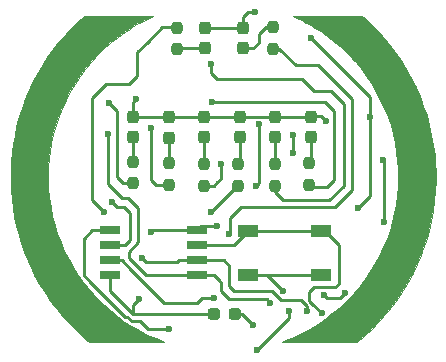
<source format=gtl>
G04 #@! TF.GenerationSoftware,KiCad,Pcbnew,(6.0.1)*
G04 #@! TF.CreationDate,2022-05-01T16:09:43+05:30*
G04 #@! TF.ProjectId,BCD watch V1.0,42434420-7761-4746-9368-2056312e302e,rev?*
G04 #@! TF.SameCoordinates,Original*
G04 #@! TF.FileFunction,Copper,L1,Top*
G04 #@! TF.FilePolarity,Positive*
%FSLAX46Y46*%
G04 Gerber Fmt 4.6, Leading zero omitted, Abs format (unit mm)*
G04 Created by KiCad (PCBNEW (6.0.1)) date 2022-05-01 16:09:43*
%MOMM*%
%LPD*%
G01*
G04 APERTURE LIST*
G04 Aperture macros list*
%AMRoundRect*
0 Rectangle with rounded corners*
0 $1 Rounding radius*
0 $2 $3 $4 $5 $6 $7 $8 $9 X,Y pos of 4 corners*
0 Add a 4 corners polygon primitive as box body*
4,1,4,$2,$3,$4,$5,$6,$7,$8,$9,$2,$3,0*
0 Add four circle primitives for the rounded corners*
1,1,$1+$1,$2,$3*
1,1,$1+$1,$4,$5*
1,1,$1+$1,$6,$7*
1,1,$1+$1,$8,$9*
0 Add four rect primitives between the rounded corners*
20,1,$1+$1,$2,$3,$4,$5,0*
20,1,$1+$1,$4,$5,$6,$7,0*
20,1,$1+$1,$6,$7,$8,$9,0*
20,1,$1+$1,$8,$9,$2,$3,0*%
G04 Aperture macros list end*
G04 #@! TA.AperFunction,EtchedComponent*
%ADD10C,0.010000*%
G04 #@! TD*
G04 #@! TA.AperFunction,SMDPad,CuDef*
%ADD11RoundRect,0.237500X0.237500X-0.250000X0.237500X0.250000X-0.237500X0.250000X-0.237500X-0.250000X0*%
G04 #@! TD*
G04 #@! TA.AperFunction,SMDPad,CuDef*
%ADD12RoundRect,0.237500X-0.287500X-0.237500X0.287500X-0.237500X0.287500X0.237500X-0.287500X0.237500X0*%
G04 #@! TD*
G04 #@! TA.AperFunction,SMDPad,CuDef*
%ADD13RoundRect,0.237500X0.237500X-0.287500X0.237500X0.287500X-0.237500X0.287500X-0.237500X-0.287500X0*%
G04 #@! TD*
G04 #@! TA.AperFunction,SMDPad,CuDef*
%ADD14R,1.800000X1.100000*%
G04 #@! TD*
G04 #@! TA.AperFunction,SMDPad,CuDef*
%ADD15R,1.700000X0.650000*%
G04 #@! TD*
G04 #@! TA.AperFunction,SMDPad,CuDef*
%ADD16RoundRect,0.237500X-0.237500X0.250000X-0.237500X-0.250000X0.237500X-0.250000X0.237500X0.250000X0*%
G04 #@! TD*
G04 #@! TA.AperFunction,ViaPad*
%ADD17C,0.600000*%
G04 #@! TD*
G04 #@! TA.AperFunction,Conductor*
%ADD18C,0.250000*%
G04 #@! TD*
G04 APERTURE END LIST*
D10*
G04 #@! TO.C,G\u002A\u002A\u002A*
X56693919Y-41811527D02*
X57106455Y-41811740D01*
X57106455Y-41811740D02*
X57478654Y-41811998D01*
X57478654Y-41811998D02*
X57812509Y-41812326D01*
X57812509Y-41812326D02*
X58110016Y-41812749D01*
X58110016Y-41812749D02*
X58373171Y-41813292D01*
X58373171Y-41813292D02*
X58603968Y-41813979D01*
X58603968Y-41813979D02*
X58804402Y-41814836D01*
X58804402Y-41814836D02*
X58976469Y-41815888D01*
X58976469Y-41815888D02*
X59122163Y-41817160D01*
X59122163Y-41817160D02*
X59243480Y-41818677D01*
X59243480Y-41818677D02*
X59342415Y-41820464D01*
X59342415Y-41820464D02*
X59420963Y-41822546D01*
X59420963Y-41822546D02*
X59481120Y-41824947D01*
X59481120Y-41824947D02*
X59524879Y-41827693D01*
X59524879Y-41827693D02*
X59554237Y-41830809D01*
X59554237Y-41830809D02*
X59571188Y-41834320D01*
X59571188Y-41834320D02*
X59577728Y-41838250D01*
X59577728Y-41838250D02*
X59575852Y-41842626D01*
X59575852Y-41842626D02*
X59567555Y-41847471D01*
X59567555Y-41847471D02*
X59567434Y-41847528D01*
X59567434Y-41847528D02*
X59213687Y-42015134D01*
X59213687Y-42015134D02*
X58893451Y-42171755D01*
X58893451Y-42171755D02*
X58600445Y-42320849D01*
X58600445Y-42320849D02*
X58328386Y-42465876D01*
X58328386Y-42465876D02*
X58070992Y-42610297D01*
X58070992Y-42610297D02*
X57821983Y-42757571D01*
X57821983Y-42757571D02*
X57575077Y-42911157D01*
X57575077Y-42911157D02*
X57323992Y-43074515D01*
X57323992Y-43074515D02*
X57249684Y-43124087D01*
X57249684Y-43124087D02*
X56605656Y-43581016D01*
X56605656Y-43581016D02*
X55990101Y-44068498D01*
X55990101Y-44068498D02*
X55403838Y-44585183D01*
X55403838Y-44585183D02*
X54847688Y-45129722D01*
X54847688Y-45129722D02*
X54322470Y-45700765D01*
X54322470Y-45700765D02*
X53829004Y-46296962D01*
X53829004Y-46296962D02*
X53368110Y-46916965D01*
X53368110Y-46916965D02*
X52940607Y-47559422D01*
X52940607Y-47559422D02*
X52547317Y-48222985D01*
X52547317Y-48222985D02*
X52189058Y-48906304D01*
X52189058Y-48906304D02*
X51866650Y-49608029D01*
X51866650Y-49608029D02*
X51580914Y-50326810D01*
X51580914Y-50326810D02*
X51332669Y-51061299D01*
X51332669Y-51061299D02*
X51122735Y-51810145D01*
X51122735Y-51810145D02*
X50951933Y-52571998D01*
X50951933Y-52571998D02*
X50821081Y-53345510D01*
X50821081Y-53345510D02*
X50763580Y-53801090D01*
X50763580Y-53801090D02*
X50735285Y-54073796D01*
X50735285Y-54073796D02*
X50713411Y-54325876D01*
X50713411Y-54325876D02*
X50697328Y-54569335D01*
X50697328Y-54569335D02*
X50686406Y-54816176D01*
X50686406Y-54816176D02*
X50680014Y-55078401D01*
X50680014Y-55078401D02*
X50677521Y-55368014D01*
X50677521Y-55368014D02*
X50677434Y-55441507D01*
X50677434Y-55441507D02*
X50678261Y-55619197D01*
X50678261Y-55619197D02*
X50680590Y-55801977D01*
X50680590Y-55801977D02*
X50684192Y-55980088D01*
X50684192Y-55980088D02*
X50688835Y-56143773D01*
X50688835Y-56143773D02*
X50694291Y-56283274D01*
X50694291Y-56283274D02*
X50699456Y-56376448D01*
X50699456Y-56376448D02*
X50774476Y-57176652D01*
X50774476Y-57176652D02*
X50889963Y-57965829D01*
X50889963Y-57965829D02*
X51045549Y-58742983D01*
X51045549Y-58742983D02*
X51240865Y-59507120D01*
X51240865Y-59507120D02*
X51475542Y-60257243D01*
X51475542Y-60257243D02*
X51749212Y-60992358D01*
X51749212Y-60992358D02*
X52061506Y-61711468D01*
X52061506Y-61711468D02*
X52412056Y-62413579D01*
X52412056Y-62413579D02*
X52800491Y-63097694D01*
X52800491Y-63097694D02*
X53226445Y-63762819D01*
X53226445Y-63762819D02*
X53659612Y-64368360D01*
X53659612Y-64368360D02*
X54152348Y-64987503D01*
X54152348Y-64987503D02*
X54674887Y-65576815D01*
X54674887Y-65576815D02*
X55226368Y-66135648D01*
X55226368Y-66135648D02*
X55805929Y-66663357D01*
X55805929Y-66663357D02*
X56412708Y-67159293D01*
X56412708Y-67159293D02*
X57045843Y-67622809D01*
X57045843Y-67622809D02*
X57704471Y-68053260D01*
X57704471Y-68053260D02*
X58387732Y-68449998D01*
X58387732Y-68449998D02*
X59094763Y-68812376D01*
X59094763Y-68812376D02*
X59824702Y-69139747D01*
X59824702Y-69139747D02*
X60237176Y-69305243D01*
X60237176Y-69305243D02*
X60509350Y-69409997D01*
X60509350Y-69409997D02*
X54138184Y-69409891D01*
X54138184Y-69409891D02*
X53841850Y-69154962D01*
X53841850Y-69154962D02*
X53178050Y-68557221D01*
X53178050Y-68557221D02*
X52549950Y-67936766D01*
X52549950Y-67936766D02*
X51957392Y-67293382D01*
X51957392Y-67293382D02*
X51400217Y-66626854D01*
X51400217Y-66626854D02*
X50878267Y-65936966D01*
X50878267Y-65936966D02*
X50391383Y-65223505D01*
X50391383Y-65223505D02*
X49939407Y-64486256D01*
X49939407Y-64486256D02*
X49522179Y-63725003D01*
X49522179Y-63725003D02*
X49139542Y-62939532D01*
X49139542Y-62939532D02*
X48967973Y-62553507D01*
X48967973Y-62553507D02*
X48672856Y-61827266D01*
X48672856Y-61827266D02*
X48412403Y-61097142D01*
X48412403Y-61097142D02*
X48185599Y-60358950D01*
X48185599Y-60358950D02*
X47991429Y-59608506D01*
X47991429Y-59608506D02*
X47828878Y-58841625D01*
X47828878Y-58841625D02*
X47696932Y-58054122D01*
X47696932Y-58054122D02*
X47594575Y-57241812D01*
X47594575Y-57241812D02*
X47541035Y-56669174D01*
X47541035Y-56669174D02*
X47533465Y-56547692D01*
X47533465Y-56547692D02*
X47527177Y-56390505D01*
X47527177Y-56390505D02*
X47522171Y-56204222D01*
X47522171Y-56204222D02*
X47518448Y-55995450D01*
X47518448Y-55995450D02*
X47516007Y-55770798D01*
X47516007Y-55770798D02*
X47514849Y-55536876D01*
X47514849Y-55536876D02*
X47514974Y-55300291D01*
X47514974Y-55300291D02*
X47516381Y-55067652D01*
X47516381Y-55067652D02*
X47519071Y-54845568D01*
X47519071Y-54845568D02*
X47523043Y-54640646D01*
X47523043Y-54640646D02*
X47528297Y-54459497D01*
X47528297Y-54459497D02*
X47534835Y-54308728D01*
X47534835Y-54308728D02*
X47541035Y-54213840D01*
X47541035Y-54213840D02*
X47616840Y-53437754D01*
X47616840Y-53437754D02*
X47716772Y-52691123D01*
X47716772Y-52691123D02*
X47842202Y-51967704D01*
X47842202Y-51967704D02*
X47994496Y-51261258D01*
X47994496Y-51261258D02*
X48175026Y-50565542D01*
X48175026Y-50565542D02*
X48385160Y-49874316D01*
X48385160Y-49874316D02*
X48626266Y-49181339D01*
X48626266Y-49181339D02*
X48671620Y-49059757D01*
X48671620Y-49059757D02*
X48983736Y-48289555D01*
X48983736Y-48289555D02*
X49335149Y-47530265D01*
X49335149Y-47530265D02*
X49723982Y-46784634D01*
X49723982Y-46784634D02*
X50148355Y-46055404D01*
X50148355Y-46055404D02*
X50606391Y-45345322D01*
X50606391Y-45345322D02*
X51096209Y-44657131D01*
X51096209Y-44657131D02*
X51615933Y-43993577D01*
X51615933Y-43993577D02*
X52163683Y-43357403D01*
X52163683Y-43357403D02*
X52737580Y-42751356D01*
X52737580Y-42751356D02*
X53335746Y-42178179D01*
X53335746Y-42178179D02*
X53456183Y-42069465D01*
X53456183Y-42069465D02*
X53746321Y-41810174D01*
X53746321Y-41810174D02*
X56693919Y-41811527D01*
X56693919Y-41811527D02*
X56693919Y-41811527D01*
G36*
X56693919Y-41811527D02*
G01*
X57106455Y-41811740D01*
X57478654Y-41811998D01*
X57812509Y-41812326D01*
X58110016Y-41812749D01*
X58373171Y-41813292D01*
X58603968Y-41813979D01*
X58804402Y-41814836D01*
X58976469Y-41815888D01*
X59122163Y-41817160D01*
X59243480Y-41818677D01*
X59342415Y-41820464D01*
X59420963Y-41822546D01*
X59481120Y-41824947D01*
X59524879Y-41827693D01*
X59554237Y-41830809D01*
X59571188Y-41834320D01*
X59577728Y-41838250D01*
X59575852Y-41842626D01*
X59567555Y-41847471D01*
X59567434Y-41847528D01*
X59213687Y-42015134D01*
X58893451Y-42171755D01*
X58600445Y-42320849D01*
X58328386Y-42465876D01*
X58070992Y-42610297D01*
X57821983Y-42757571D01*
X57575077Y-42911157D01*
X57323992Y-43074515D01*
X57249684Y-43124087D01*
X56605656Y-43581016D01*
X55990101Y-44068498D01*
X55403838Y-44585183D01*
X54847688Y-45129722D01*
X54322470Y-45700765D01*
X53829004Y-46296962D01*
X53368110Y-46916965D01*
X52940607Y-47559422D01*
X52547317Y-48222985D01*
X52189058Y-48906304D01*
X51866650Y-49608029D01*
X51580914Y-50326810D01*
X51332669Y-51061299D01*
X51122735Y-51810145D01*
X50951933Y-52571998D01*
X50821081Y-53345510D01*
X50763580Y-53801090D01*
X50735285Y-54073796D01*
X50713411Y-54325876D01*
X50697328Y-54569335D01*
X50686406Y-54816176D01*
X50680014Y-55078401D01*
X50677521Y-55368014D01*
X50677434Y-55441507D01*
X50678261Y-55619197D01*
X50680590Y-55801977D01*
X50684192Y-55980088D01*
X50688835Y-56143773D01*
X50694291Y-56283274D01*
X50699456Y-56376448D01*
X50774476Y-57176652D01*
X50889963Y-57965829D01*
X51045549Y-58742983D01*
X51240865Y-59507120D01*
X51475542Y-60257243D01*
X51749212Y-60992358D01*
X52061506Y-61711468D01*
X52412056Y-62413579D01*
X52800491Y-63097694D01*
X53226445Y-63762819D01*
X53659612Y-64368360D01*
X54152348Y-64987503D01*
X54674887Y-65576815D01*
X55226368Y-66135648D01*
X55805929Y-66663357D01*
X56412708Y-67159293D01*
X57045843Y-67622809D01*
X57704471Y-68053260D01*
X58387732Y-68449998D01*
X59094763Y-68812376D01*
X59824702Y-69139747D01*
X60237176Y-69305243D01*
X60509350Y-69409997D01*
X54138184Y-69409891D01*
X53841850Y-69154962D01*
X53178050Y-68557221D01*
X52549950Y-67936766D01*
X51957392Y-67293382D01*
X51400217Y-66626854D01*
X50878267Y-65936966D01*
X50391383Y-65223505D01*
X49939407Y-64486256D01*
X49522179Y-63725003D01*
X49139542Y-62939532D01*
X48967973Y-62553507D01*
X48672856Y-61827266D01*
X48412403Y-61097142D01*
X48185599Y-60358950D01*
X47991429Y-59608506D01*
X47828878Y-58841625D01*
X47696932Y-58054122D01*
X47594575Y-57241812D01*
X47541035Y-56669174D01*
X47533465Y-56547692D01*
X47527177Y-56390505D01*
X47522171Y-56204222D01*
X47518448Y-55995450D01*
X47516007Y-55770798D01*
X47514849Y-55536876D01*
X47514974Y-55300291D01*
X47516381Y-55067652D01*
X47519071Y-54845568D01*
X47523043Y-54640646D01*
X47528297Y-54459497D01*
X47534835Y-54308728D01*
X47541035Y-54213840D01*
X47616840Y-53437754D01*
X47716772Y-52691123D01*
X47842202Y-51967704D01*
X47994496Y-51261258D01*
X48175026Y-50565542D01*
X48385160Y-49874316D01*
X48626266Y-49181339D01*
X48671620Y-49059757D01*
X48983736Y-48289555D01*
X49335149Y-47530265D01*
X49723982Y-46784634D01*
X50148355Y-46055404D01*
X50606391Y-45345322D01*
X51096209Y-44657131D01*
X51615933Y-43993577D01*
X52163683Y-43357403D01*
X52737580Y-42751356D01*
X53335746Y-42178179D01*
X53456183Y-42069465D01*
X53746321Y-41810174D01*
X56693919Y-41811527D01*
G37*
X56693919Y-41811527D02*
X57106455Y-41811740D01*
X57478654Y-41811998D01*
X57812509Y-41812326D01*
X58110016Y-41812749D01*
X58373171Y-41813292D01*
X58603968Y-41813979D01*
X58804402Y-41814836D01*
X58976469Y-41815888D01*
X59122163Y-41817160D01*
X59243480Y-41818677D01*
X59342415Y-41820464D01*
X59420963Y-41822546D01*
X59481120Y-41824947D01*
X59524879Y-41827693D01*
X59554237Y-41830809D01*
X59571188Y-41834320D01*
X59577728Y-41838250D01*
X59575852Y-41842626D01*
X59567555Y-41847471D01*
X59567434Y-41847528D01*
X59213687Y-42015134D01*
X58893451Y-42171755D01*
X58600445Y-42320849D01*
X58328386Y-42465876D01*
X58070992Y-42610297D01*
X57821983Y-42757571D01*
X57575077Y-42911157D01*
X57323992Y-43074515D01*
X57249684Y-43124087D01*
X56605656Y-43581016D01*
X55990101Y-44068498D01*
X55403838Y-44585183D01*
X54847688Y-45129722D01*
X54322470Y-45700765D01*
X53829004Y-46296962D01*
X53368110Y-46916965D01*
X52940607Y-47559422D01*
X52547317Y-48222985D01*
X52189058Y-48906304D01*
X51866650Y-49608029D01*
X51580914Y-50326810D01*
X51332669Y-51061299D01*
X51122735Y-51810145D01*
X50951933Y-52571998D01*
X50821081Y-53345510D01*
X50763580Y-53801090D01*
X50735285Y-54073796D01*
X50713411Y-54325876D01*
X50697328Y-54569335D01*
X50686406Y-54816176D01*
X50680014Y-55078401D01*
X50677521Y-55368014D01*
X50677434Y-55441507D01*
X50678261Y-55619197D01*
X50680590Y-55801977D01*
X50684192Y-55980088D01*
X50688835Y-56143773D01*
X50694291Y-56283274D01*
X50699456Y-56376448D01*
X50774476Y-57176652D01*
X50889963Y-57965829D01*
X51045549Y-58742983D01*
X51240865Y-59507120D01*
X51475542Y-60257243D01*
X51749212Y-60992358D01*
X52061506Y-61711468D01*
X52412056Y-62413579D01*
X52800491Y-63097694D01*
X53226445Y-63762819D01*
X53659612Y-64368360D01*
X54152348Y-64987503D01*
X54674887Y-65576815D01*
X55226368Y-66135648D01*
X55805929Y-66663357D01*
X56412708Y-67159293D01*
X57045843Y-67622809D01*
X57704471Y-68053260D01*
X58387732Y-68449998D01*
X59094763Y-68812376D01*
X59824702Y-69139747D01*
X60237176Y-69305243D01*
X60509350Y-69409997D01*
X54138184Y-69409891D01*
X53841850Y-69154962D01*
X53178050Y-68557221D01*
X52549950Y-67936766D01*
X51957392Y-67293382D01*
X51400217Y-66626854D01*
X50878267Y-65936966D01*
X50391383Y-65223505D01*
X49939407Y-64486256D01*
X49522179Y-63725003D01*
X49139542Y-62939532D01*
X48967973Y-62553507D01*
X48672856Y-61827266D01*
X48412403Y-61097142D01*
X48185599Y-60358950D01*
X47991429Y-59608506D01*
X47828878Y-58841625D01*
X47696932Y-58054122D01*
X47594575Y-57241812D01*
X47541035Y-56669174D01*
X47533465Y-56547692D01*
X47527177Y-56390505D01*
X47522171Y-56204222D01*
X47518448Y-55995450D01*
X47516007Y-55770798D01*
X47514849Y-55536876D01*
X47514974Y-55300291D01*
X47516381Y-55067652D01*
X47519071Y-54845568D01*
X47523043Y-54640646D01*
X47528297Y-54459497D01*
X47534835Y-54308728D01*
X47541035Y-54213840D01*
X47616840Y-53437754D01*
X47716772Y-52691123D01*
X47842202Y-51967704D01*
X47994496Y-51261258D01*
X48175026Y-50565542D01*
X48385160Y-49874316D01*
X48626266Y-49181339D01*
X48671620Y-49059757D01*
X48983736Y-48289555D01*
X49335149Y-47530265D01*
X49723982Y-46784634D01*
X50148355Y-46055404D01*
X50606391Y-45345322D01*
X51096209Y-44657131D01*
X51615933Y-43993577D01*
X52163683Y-43357403D01*
X52737580Y-42751356D01*
X53335746Y-42178179D01*
X53456183Y-42069465D01*
X53746321Y-41810174D01*
X56693919Y-41811527D01*
X77485020Y-42015107D02*
X77593880Y-42113738D01*
X77593880Y-42113738D02*
X77725790Y-42237818D01*
X77725790Y-42237818D02*
X77875102Y-42381676D01*
X77875102Y-42381676D02*
X78036169Y-42539640D01*
X78036169Y-42539640D02*
X78203342Y-42706039D01*
X78203342Y-42706039D02*
X78370974Y-42875200D01*
X78370974Y-42875200D02*
X78533416Y-43041453D01*
X78533416Y-43041453D02*
X78685021Y-43199125D01*
X78685021Y-43199125D02*
X78820141Y-43342545D01*
X78820141Y-43342545D02*
X78933127Y-43466041D01*
X78933127Y-43466041D02*
X78960298Y-43496583D01*
X78960298Y-43496583D02*
X79524170Y-44166798D01*
X79524170Y-44166798D02*
X80052791Y-44859381D01*
X80052791Y-44859381D02*
X80545662Y-45573073D01*
X80545662Y-45573073D02*
X81002284Y-46306617D01*
X81002284Y-46306617D02*
X81422157Y-47058755D01*
X81422157Y-47058755D02*
X81804784Y-47828231D01*
X81804784Y-47828231D02*
X82149663Y-48613787D01*
X82149663Y-48613787D02*
X82456297Y-49414165D01*
X82456297Y-49414165D02*
X82724187Y-50228107D01*
X82724187Y-50228107D02*
X82952833Y-51054357D01*
X82952833Y-51054357D02*
X83141736Y-51891657D01*
X83141736Y-51891657D02*
X83290397Y-52738749D01*
X83290397Y-52738749D02*
X83398317Y-53594376D01*
X83398317Y-53594376D02*
X83464998Y-54457281D01*
X83464998Y-54457281D02*
X83482720Y-54891174D01*
X83482720Y-54891174D02*
X83487802Y-55774453D01*
X83487802Y-55774453D02*
X83451921Y-56647289D01*
X83451921Y-56647289D02*
X83374954Y-57510370D01*
X83374954Y-57510370D02*
X83256782Y-58364383D01*
X83256782Y-58364383D02*
X83097285Y-59210015D01*
X83097285Y-59210015D02*
X82896343Y-60047955D01*
X82896343Y-60047955D02*
X82653834Y-60878889D01*
X82653834Y-60878889D02*
X82369638Y-61703505D01*
X82369638Y-61703505D02*
X82223024Y-62085575D01*
X82223024Y-62085575D02*
X81900254Y-62849332D01*
X81900254Y-62849332D02*
X81545312Y-63591555D01*
X81545312Y-63591555D02*
X81156218Y-64315727D01*
X81156218Y-64315727D02*
X80730989Y-65025328D01*
X80730989Y-65025328D02*
X80267646Y-65723840D01*
X80267646Y-65723840D02*
X79764208Y-66414744D01*
X79764208Y-66414744D02*
X79746570Y-66437871D01*
X79746570Y-66437871D02*
X79459802Y-66799593D01*
X79459802Y-66799593D02*
X79143867Y-67173249D01*
X79143867Y-67173249D02*
X78805564Y-67551797D01*
X78805564Y-67551797D02*
X78451691Y-67928194D01*
X78451691Y-67928194D02*
X78089046Y-68295398D01*
X78089046Y-68295398D02*
X77724427Y-68646365D01*
X77724427Y-68646365D02*
X77364633Y-68974053D01*
X77364633Y-68974053D02*
X77016461Y-69271419D01*
X77016461Y-69271419D02*
X76991905Y-69291568D01*
X76991905Y-69291568D02*
X76845304Y-69411507D01*
X76845304Y-69411507D02*
X73674424Y-69411507D01*
X73674424Y-69411507D02*
X73311779Y-69411458D01*
X73311779Y-69411458D02*
X72960960Y-69411317D01*
X72960960Y-69411317D02*
X72624274Y-69411088D01*
X72624274Y-69411088D02*
X72304027Y-69410776D01*
X72304027Y-69410776D02*
X72002526Y-69410387D01*
X72002526Y-69410387D02*
X71722078Y-69409927D01*
X71722078Y-69409927D02*
X71464990Y-69409400D01*
X71464990Y-69409400D02*
X71233568Y-69408813D01*
X71233568Y-69408813D02*
X71030119Y-69408170D01*
X71030119Y-69408170D02*
X70856949Y-69407477D01*
X70856949Y-69407477D02*
X70716367Y-69406739D01*
X70716367Y-69406739D02*
X70610677Y-69405962D01*
X70610677Y-69405962D02*
X70542187Y-69405151D01*
X70542187Y-69405151D02*
X70513205Y-69404312D01*
X70513205Y-69404312D02*
X70512364Y-69404119D01*
X70512364Y-69404119D02*
X70534240Y-69394423D01*
X70534240Y-69394423D02*
X70588614Y-69372643D01*
X70588614Y-69372643D02*
X70668348Y-69341575D01*
X70668348Y-69341575D02*
X70766309Y-69304013D01*
X70766309Y-69304013D02*
X70817517Y-69284570D01*
X70817517Y-69284570D02*
X71509287Y-69000602D01*
X71509287Y-69000602D02*
X72190476Y-68676951D01*
X72190476Y-68676951D02*
X72858298Y-68315542D01*
X72858298Y-68315542D02*
X73509964Y-67918304D01*
X73509964Y-67918304D02*
X74142687Y-67487161D01*
X74142687Y-67487161D02*
X74753679Y-67024040D01*
X74753679Y-67024040D02*
X75340153Y-66530869D01*
X75340153Y-66530869D02*
X75899319Y-66009573D01*
X75899319Y-66009573D02*
X76428392Y-65462079D01*
X76428392Y-65462079D02*
X76560606Y-65315757D01*
X76560606Y-65315757D02*
X77069430Y-64713601D01*
X77069430Y-64713601D02*
X77541898Y-64091017D01*
X77541898Y-64091017D02*
X77977871Y-63449492D01*
X77977871Y-63449492D02*
X78377212Y-62790515D01*
X78377212Y-62790515D02*
X78739783Y-62115573D01*
X78739783Y-62115573D02*
X79065445Y-61426155D01*
X79065445Y-61426155D02*
X79354061Y-60723748D01*
X79354061Y-60723748D02*
X79605493Y-60009840D01*
X79605493Y-60009840D02*
X79819603Y-59285920D01*
X79819603Y-59285920D02*
X79996253Y-58553476D01*
X79996253Y-58553476D02*
X80135304Y-57813995D01*
X80135304Y-57813995D02*
X80236620Y-57068966D01*
X80236620Y-57068966D02*
X80300061Y-56319877D01*
X80300061Y-56319877D02*
X80325490Y-55568215D01*
X80325490Y-55568215D02*
X80312770Y-54815469D01*
X80312770Y-54815469D02*
X80261761Y-54063126D01*
X80261761Y-54063126D02*
X80172326Y-53312675D01*
X80172326Y-53312675D02*
X80044328Y-52565604D01*
X80044328Y-52565604D02*
X79877627Y-51823401D01*
X79877627Y-51823401D02*
X79672087Y-51087553D01*
X79672087Y-51087553D02*
X79427569Y-50359550D01*
X79427569Y-50359550D02*
X79143935Y-49640877D01*
X79143935Y-49640877D02*
X78821047Y-48933025D01*
X78821047Y-48933025D02*
X78458767Y-48237481D01*
X78458767Y-48237481D02*
X78187612Y-47768590D01*
X78187612Y-47768590D02*
X77845870Y-47231160D01*
X77845870Y-47231160D02*
X77469034Y-46693709D01*
X77469034Y-46693709D02*
X77063461Y-46164805D01*
X77063461Y-46164805D02*
X76635509Y-45653014D01*
X76635509Y-45653014D02*
X76522357Y-45524924D01*
X76522357Y-45524924D02*
X76404012Y-45396296D01*
X76404012Y-45396296D02*
X76260440Y-45246427D01*
X76260440Y-45246427D02*
X76098348Y-45081862D01*
X76098348Y-45081862D02*
X75924447Y-44909147D01*
X75924447Y-44909147D02*
X75745445Y-44734827D01*
X75745445Y-44734827D02*
X75568052Y-44565449D01*
X75568052Y-44565449D02*
X75398978Y-44407557D01*
X75398978Y-44407557D02*
X75244931Y-44267698D01*
X75244931Y-44267698D02*
X75135517Y-44171904D01*
X75135517Y-44171904D02*
X74741329Y-43847951D01*
X74741329Y-43847951D02*
X74317787Y-43524868D01*
X74317787Y-43524868D02*
X73877121Y-43211444D01*
X73877121Y-43211444D02*
X73431560Y-42916472D01*
X73431560Y-42916472D02*
X73123675Y-42725899D01*
X73123675Y-42725899D02*
X72926731Y-42609153D01*
X72926731Y-42609153D02*
X72740223Y-42502024D01*
X72740223Y-42502024D02*
X72557242Y-42400953D01*
X72557242Y-42400953D02*
X72370880Y-42302377D01*
X72370880Y-42302377D02*
X72174229Y-42202735D01*
X72174229Y-42202735D02*
X71960379Y-42098467D01*
X71960379Y-42098467D02*
X71722422Y-41986011D01*
X71722422Y-41986011D02*
X71453450Y-41861806D01*
X71453450Y-41861806D02*
X71399600Y-41837193D01*
X71399600Y-41837193D02*
X71402122Y-41833629D01*
X71402122Y-41833629D02*
X71426997Y-41830386D01*
X71426997Y-41830386D02*
X71475687Y-41827450D01*
X71475687Y-41827450D02*
X71549652Y-41824810D01*
X71549652Y-41824810D02*
X71650354Y-41822452D01*
X71650354Y-41822452D02*
X71779253Y-41820362D01*
X71779253Y-41820362D02*
X71937810Y-41818529D01*
X71937810Y-41818529D02*
X72127486Y-41816939D01*
X72127486Y-41816939D02*
X72349743Y-41815580D01*
X72349743Y-41815580D02*
X72606040Y-41814438D01*
X72606040Y-41814438D02*
X72897838Y-41813501D01*
X72897838Y-41813501D02*
X73226600Y-41812756D01*
X73226600Y-41812756D02*
X73593784Y-41812190D01*
X73593784Y-41812190D02*
X74000854Y-41811789D01*
X74000854Y-41811789D02*
X74299436Y-41811606D01*
X74299436Y-41811606D02*
X77252189Y-41810174D01*
X77252189Y-41810174D02*
X77485020Y-42015107D01*
X77485020Y-42015107D02*
X77485020Y-42015107D01*
G36*
X77485020Y-42015107D02*
G01*
X77593880Y-42113738D01*
X77725790Y-42237818D01*
X77875102Y-42381676D01*
X78036169Y-42539640D01*
X78203342Y-42706039D01*
X78370974Y-42875200D01*
X78533416Y-43041453D01*
X78685021Y-43199125D01*
X78820141Y-43342545D01*
X78933127Y-43466041D01*
X78960298Y-43496583D01*
X79524170Y-44166798D01*
X80052791Y-44859381D01*
X80545662Y-45573073D01*
X81002284Y-46306617D01*
X81422157Y-47058755D01*
X81804784Y-47828231D01*
X82149663Y-48613787D01*
X82456297Y-49414165D01*
X82724187Y-50228107D01*
X82952833Y-51054357D01*
X83141736Y-51891657D01*
X83290397Y-52738749D01*
X83398317Y-53594376D01*
X83464998Y-54457281D01*
X83482720Y-54891174D01*
X83487802Y-55774453D01*
X83451921Y-56647289D01*
X83374954Y-57510370D01*
X83256782Y-58364383D01*
X83097285Y-59210015D01*
X82896343Y-60047955D01*
X82653834Y-60878889D01*
X82369638Y-61703505D01*
X82223024Y-62085575D01*
X81900254Y-62849332D01*
X81545312Y-63591555D01*
X81156218Y-64315727D01*
X80730989Y-65025328D01*
X80267646Y-65723840D01*
X79764208Y-66414744D01*
X79746570Y-66437871D01*
X79459802Y-66799593D01*
X79143867Y-67173249D01*
X78805564Y-67551797D01*
X78451691Y-67928194D01*
X78089046Y-68295398D01*
X77724427Y-68646365D01*
X77364633Y-68974053D01*
X77016461Y-69271419D01*
X76991905Y-69291568D01*
X76845304Y-69411507D01*
X73674424Y-69411507D01*
X73311779Y-69411458D01*
X72960960Y-69411317D01*
X72624274Y-69411088D01*
X72304027Y-69410776D01*
X72002526Y-69410387D01*
X71722078Y-69409927D01*
X71464990Y-69409400D01*
X71233568Y-69408813D01*
X71030119Y-69408170D01*
X70856949Y-69407477D01*
X70716367Y-69406739D01*
X70610677Y-69405962D01*
X70542187Y-69405151D01*
X70513205Y-69404312D01*
X70512364Y-69404119D01*
X70534240Y-69394423D01*
X70588614Y-69372643D01*
X70668348Y-69341575D01*
X70766309Y-69304013D01*
X70817517Y-69284570D01*
X71509287Y-69000602D01*
X72190476Y-68676951D01*
X72858298Y-68315542D01*
X73509964Y-67918304D01*
X74142687Y-67487161D01*
X74753679Y-67024040D01*
X75340153Y-66530869D01*
X75899319Y-66009573D01*
X76428392Y-65462079D01*
X76560606Y-65315757D01*
X77069430Y-64713601D01*
X77541898Y-64091017D01*
X77977871Y-63449492D01*
X78377212Y-62790515D01*
X78739783Y-62115573D01*
X79065445Y-61426155D01*
X79354061Y-60723748D01*
X79605493Y-60009840D01*
X79819603Y-59285920D01*
X79996253Y-58553476D01*
X80135304Y-57813995D01*
X80236620Y-57068966D01*
X80300061Y-56319877D01*
X80325490Y-55568215D01*
X80312770Y-54815469D01*
X80261761Y-54063126D01*
X80172326Y-53312675D01*
X80044328Y-52565604D01*
X79877627Y-51823401D01*
X79672087Y-51087553D01*
X79427569Y-50359550D01*
X79143935Y-49640877D01*
X78821047Y-48933025D01*
X78458767Y-48237481D01*
X78187612Y-47768590D01*
X77845870Y-47231160D01*
X77469034Y-46693709D01*
X77063461Y-46164805D01*
X76635509Y-45653014D01*
X76522357Y-45524924D01*
X76404012Y-45396296D01*
X76260440Y-45246427D01*
X76098348Y-45081862D01*
X75924447Y-44909147D01*
X75745445Y-44734827D01*
X75568052Y-44565449D01*
X75398978Y-44407557D01*
X75244931Y-44267698D01*
X75135517Y-44171904D01*
X74741329Y-43847951D01*
X74317787Y-43524868D01*
X73877121Y-43211444D01*
X73431560Y-42916472D01*
X73123675Y-42725899D01*
X72926731Y-42609153D01*
X72740223Y-42502024D01*
X72557242Y-42400953D01*
X72370880Y-42302377D01*
X72174229Y-42202735D01*
X71960379Y-42098467D01*
X71722422Y-41986011D01*
X71453450Y-41861806D01*
X71399600Y-41837193D01*
X71402122Y-41833629D01*
X71426997Y-41830386D01*
X71475687Y-41827450D01*
X71549652Y-41824810D01*
X71650354Y-41822452D01*
X71779253Y-41820362D01*
X71937810Y-41818529D01*
X72127486Y-41816939D01*
X72349743Y-41815580D01*
X72606040Y-41814438D01*
X72897838Y-41813501D01*
X73226600Y-41812756D01*
X73593784Y-41812190D01*
X74000854Y-41811789D01*
X74299436Y-41811606D01*
X77252189Y-41810174D01*
X77485020Y-42015107D01*
G37*
X77485020Y-42015107D02*
X77593880Y-42113738D01*
X77725790Y-42237818D01*
X77875102Y-42381676D01*
X78036169Y-42539640D01*
X78203342Y-42706039D01*
X78370974Y-42875200D01*
X78533416Y-43041453D01*
X78685021Y-43199125D01*
X78820141Y-43342545D01*
X78933127Y-43466041D01*
X78960298Y-43496583D01*
X79524170Y-44166798D01*
X80052791Y-44859381D01*
X80545662Y-45573073D01*
X81002284Y-46306617D01*
X81422157Y-47058755D01*
X81804784Y-47828231D01*
X82149663Y-48613787D01*
X82456297Y-49414165D01*
X82724187Y-50228107D01*
X82952833Y-51054357D01*
X83141736Y-51891657D01*
X83290397Y-52738749D01*
X83398317Y-53594376D01*
X83464998Y-54457281D01*
X83482720Y-54891174D01*
X83487802Y-55774453D01*
X83451921Y-56647289D01*
X83374954Y-57510370D01*
X83256782Y-58364383D01*
X83097285Y-59210015D01*
X82896343Y-60047955D01*
X82653834Y-60878889D01*
X82369638Y-61703505D01*
X82223024Y-62085575D01*
X81900254Y-62849332D01*
X81545312Y-63591555D01*
X81156218Y-64315727D01*
X80730989Y-65025328D01*
X80267646Y-65723840D01*
X79764208Y-66414744D01*
X79746570Y-66437871D01*
X79459802Y-66799593D01*
X79143867Y-67173249D01*
X78805564Y-67551797D01*
X78451691Y-67928194D01*
X78089046Y-68295398D01*
X77724427Y-68646365D01*
X77364633Y-68974053D01*
X77016461Y-69271419D01*
X76991905Y-69291568D01*
X76845304Y-69411507D01*
X73674424Y-69411507D01*
X73311779Y-69411458D01*
X72960960Y-69411317D01*
X72624274Y-69411088D01*
X72304027Y-69410776D01*
X72002526Y-69410387D01*
X71722078Y-69409927D01*
X71464990Y-69409400D01*
X71233568Y-69408813D01*
X71030119Y-69408170D01*
X70856949Y-69407477D01*
X70716367Y-69406739D01*
X70610677Y-69405962D01*
X70542187Y-69405151D01*
X70513205Y-69404312D01*
X70512364Y-69404119D01*
X70534240Y-69394423D01*
X70588614Y-69372643D01*
X70668348Y-69341575D01*
X70766309Y-69304013D01*
X70817517Y-69284570D01*
X71509287Y-69000602D01*
X72190476Y-68676951D01*
X72858298Y-68315542D01*
X73509964Y-67918304D01*
X74142687Y-67487161D01*
X74753679Y-67024040D01*
X75340153Y-66530869D01*
X75899319Y-66009573D01*
X76428392Y-65462079D01*
X76560606Y-65315757D01*
X77069430Y-64713601D01*
X77541898Y-64091017D01*
X77977871Y-63449492D01*
X78377212Y-62790515D01*
X78739783Y-62115573D01*
X79065445Y-61426155D01*
X79354061Y-60723748D01*
X79605493Y-60009840D01*
X79819603Y-59285920D01*
X79996253Y-58553476D01*
X80135304Y-57813995D01*
X80236620Y-57068966D01*
X80300061Y-56319877D01*
X80325490Y-55568215D01*
X80312770Y-54815469D01*
X80261761Y-54063126D01*
X80172326Y-53312675D01*
X80044328Y-52565604D01*
X79877627Y-51823401D01*
X79672087Y-51087553D01*
X79427569Y-50359550D01*
X79143935Y-49640877D01*
X78821047Y-48933025D01*
X78458767Y-48237481D01*
X78187612Y-47768590D01*
X77845870Y-47231160D01*
X77469034Y-46693709D01*
X77063461Y-46164805D01*
X76635509Y-45653014D01*
X76522357Y-45524924D01*
X76404012Y-45396296D01*
X76260440Y-45246427D01*
X76098348Y-45081862D01*
X75924447Y-44909147D01*
X75745445Y-44734827D01*
X75568052Y-44565449D01*
X75398978Y-44407557D01*
X75244931Y-44267698D01*
X75135517Y-44171904D01*
X74741329Y-43847951D01*
X74317787Y-43524868D01*
X73877121Y-43211444D01*
X73431560Y-42916472D01*
X73123675Y-42725899D01*
X72926731Y-42609153D01*
X72740223Y-42502024D01*
X72557242Y-42400953D01*
X72370880Y-42302377D01*
X72174229Y-42202735D01*
X71960379Y-42098467D01*
X71722422Y-41986011D01*
X71453450Y-41861806D01*
X71399600Y-41837193D01*
X71402122Y-41833629D01*
X71426997Y-41830386D01*
X71475687Y-41827450D01*
X71549652Y-41824810D01*
X71650354Y-41822452D01*
X71779253Y-41820362D01*
X71937810Y-41818529D01*
X72127486Y-41816939D01*
X72349743Y-41815580D01*
X72606040Y-41814438D01*
X72897838Y-41813501D01*
X73226600Y-41812756D01*
X73593784Y-41812190D01*
X74000854Y-41811789D01*
X74299436Y-41811606D01*
X77252189Y-41810174D01*
X77485020Y-42015107D01*
G04 #@! TD*
D11*
G04 #@! TO.P,R3,1*
G04 #@! TO.N,Net-(R3-Pad1)*
X63900000Y-56212500D03*
G04 #@! TO.P,R3,2*
G04 #@! TO.N,Net-(D3-Pad1)*
X63900000Y-54387500D03*
G04 #@! TD*
G04 #@! TO.P,R5,1*
G04 #@! TO.N,Net-(R5-Pad1)*
X69900000Y-56212500D03*
G04 #@! TO.P,R5,2*
G04 #@! TO.N,Net-(D5-Pad1)*
X69900000Y-54387500D03*
G04 #@! TD*
D12*
G04 #@! TO.P,D9,1,K*
G04 #@! TO.N,GND*
X64725000Y-67100000D03*
G04 #@! TO.P,D9,2,A*
G04 #@! TO.N,Net-(D9-Pad2)*
X66475000Y-67100000D03*
G04 #@! TD*
D13*
G04 #@! TO.P,D3,1,K*
G04 #@! TO.N,Net-(D3-Pad1)*
X63894163Y-52100000D03*
G04 #@! TO.P,D3,2,A*
G04 #@! TO.N,GND*
X63894163Y-50350000D03*
G04 #@! TD*
D14*
G04 #@! TO.P,SW1,1,1*
G04 #@! TO.N,Net-(SW1-Pad1)*
X67600000Y-60050000D03*
X73800000Y-60050000D03*
G04 #@! TO.P,SW1,2,2*
G04 #@! TO.N,GND*
X73800000Y-63750000D03*
X67600000Y-63750000D03*
G04 #@! TD*
D13*
G04 #@! TO.P,D4,1,K*
G04 #@! TO.N,Net-(D4-Pad1)*
X66904368Y-52100000D03*
G04 #@! TO.P,D4,2,A*
G04 #@! TO.N,GND*
X66904368Y-50350000D03*
G04 #@! TD*
G04 #@! TO.P,D6,1,K*
G04 #@! TO.N,Net-(D6-Pad1)*
X72900000Y-52100000D03*
G04 #@! TO.P,D6,2,A*
G04 #@! TO.N,GND*
X72900000Y-50350000D03*
G04 #@! TD*
D11*
G04 #@! TO.P,R6,1*
G04 #@! TO.N,Net-(R6-Pad1)*
X72800000Y-56125000D03*
G04 #@! TO.P,R6,2*
G04 #@! TO.N,Net-(D6-Pad1)*
X72800000Y-54300000D03*
G04 #@! TD*
D13*
G04 #@! TO.P,D1,1,K*
G04 #@! TO.N,Net-(D1-Pad1)*
X57903740Y-52100000D03*
G04 #@! TO.P,D1,2,A*
G04 #@! TO.N,GND*
X57903740Y-50350000D03*
G04 #@! TD*
G04 #@! TO.P,D5,1,K*
G04 #@! TO.N,Net-(D5-Pad1)*
X69887430Y-52100000D03*
G04 #@! TO.P,D5,2,A*
G04 #@! TO.N,GND*
X69887430Y-50350000D03*
G04 #@! TD*
D11*
G04 #@! TO.P,R8,1*
G04 #@! TO.N,Net-(R8-Pad1)*
X69700000Y-44612500D03*
G04 #@! TO.P,R8,2*
G04 #@! TO.N,Net-(D8-Pad1)*
X69700000Y-42787500D03*
G04 #@! TD*
G04 #@! TO.P,R4,1*
G04 #@! TO.N,Net-(R4-Pad1)*
X66800000Y-56212500D03*
G04 #@! TO.P,R4,2*
G04 #@! TO.N,Net-(D4-Pad1)*
X66800000Y-54387500D03*
G04 #@! TD*
D13*
G04 #@! TO.P,D2,1,K*
G04 #@! TO.N,Net-(D2-Pad1)*
X60941569Y-52145000D03*
G04 #@! TO.P,D2,2,A*
G04 #@! TO.N,GND*
X60941569Y-50395000D03*
G04 #@! TD*
D15*
G04 #@! TO.P,U1,1,~{RESET}/PB5*
G04 #@! TO.N,Net-(R9-Pad2)*
X55950000Y-59995000D03*
G04 #@! TO.P,U1,2,XTAL1/PB3*
G04 #@! TO.N,Net-(U1-Pad2)*
X55950000Y-61265000D03*
G04 #@! TO.P,U1,3,XTAL2/PB4*
G04 #@! TO.N,volt*
X55950000Y-62535000D03*
G04 #@! TO.P,U1,4,GND*
G04 #@! TO.N,GND*
X55950000Y-63805000D03*
G04 #@! TO.P,U1,5,AREF/PB0*
G04 #@! TO.N,Net-(TP3-Pad1)*
X63250000Y-63805000D03*
G04 #@! TO.P,U1,6,PB1*
G04 #@! TO.N,Net-(TP4-Pad1)*
X63250000Y-62535000D03*
G04 #@! TO.P,U1,7,PB2*
G04 #@! TO.N,Net-(SW1-Pad1)*
X63250000Y-61265000D03*
G04 #@! TO.P,U1,8,VCC*
G04 #@! TO.N,+3V3*
X63250000Y-59995000D03*
G04 #@! TD*
D13*
G04 #@! TO.P,D8,1,K*
G04 #@! TO.N,Net-(D8-Pad1)*
X67200000Y-44575000D03*
G04 #@! TO.P,D8,2,A*
G04 #@! TO.N,GND*
X67200000Y-42825000D03*
G04 #@! TD*
G04 #@! TO.P,D7,1,K*
G04 #@! TO.N,Net-(D7-Pad1)*
X64000000Y-44575000D03*
G04 #@! TO.P,D7,2,A*
G04 #@! TO.N,GND*
X64000000Y-42825000D03*
G04 #@! TD*
D11*
G04 #@! TO.P,R2,1*
G04 #@! TO.N,Net-(R2-Pad1)*
X60900000Y-56112500D03*
G04 #@! TO.P,R2,2*
G04 #@! TO.N,Net-(D2-Pad1)*
X60900000Y-54287500D03*
G04 #@! TD*
G04 #@! TO.P,R1,1*
G04 #@! TO.N,Net-(R1-Pad1)*
X57900000Y-56012500D03*
G04 #@! TO.P,R1,2*
G04 #@! TO.N,Net-(D1-Pad1)*
X57900000Y-54187500D03*
G04 #@! TD*
D16*
G04 #@! TO.P,R7,1*
G04 #@! TO.N,Net-(R7-Pad1)*
X61600000Y-42810000D03*
G04 #@! TO.P,R7,2*
G04 #@! TO.N,Net-(D7-Pad1)*
X61600000Y-44635000D03*
G04 #@! TD*
D17*
G04 #@! TO.N,GND*
X79100000Y-59300000D03*
X68400000Y-70100000D03*
X71100000Y-66800000D03*
X74200000Y-50700000D03*
X68200000Y-41500000D03*
X70600000Y-65100000D03*
X58100000Y-48900000D03*
X79000000Y-54000000D03*
X58400000Y-65800000D03*
G04 #@! TO.N,Net-(D9-Pad2)*
X68000000Y-68000000D03*
G04 #@! TO.N,Net-(R1-Pad1)*
X55880526Y-49243360D03*
G04 #@! TO.N,Net-(R2-Pad1)*
X59400000Y-51300000D03*
G04 #@! TO.N,Net-(R3-Pad1)*
X65300000Y-54400000D03*
G04 #@! TO.N,Net-(R4-Pad1)*
X64500000Y-58400000D03*
G04 #@! TO.N,Net-(R5-Pad1)*
X64500000Y-45900000D03*
G04 #@! TO.N,Net-(R6-Pad1)*
X64600000Y-49100000D03*
G04 #@! TO.N,Net-(R7-Pad1)*
X55400000Y-58400000D03*
G04 #@! TO.N,Net-(R8-Pad1)*
X66000000Y-60300000D03*
G04 #@! TO.N,Net-(R9-Pad2)*
X60900000Y-68300000D03*
G04 #@! TO.N,Net-(SW1-Pad1)*
X73900000Y-67000000D03*
G04 #@! TO.N,Net-(U1-Pad2)*
X56100000Y-57600000D03*
G04 #@! TO.N,Net-(TP3-Pad1)*
X69500000Y-66100000D03*
X55723887Y-51800890D03*
G04 #@! TO.N,Net-(TP4-Pad1)*
X58600000Y-62300000D03*
X72600000Y-66800000D03*
G04 #@! TO.N,VBUS*
X68300000Y-56200000D03*
X76900000Y-58100000D03*
X72900000Y-43700000D03*
X77900000Y-50400000D03*
X68500000Y-51000000D03*
G04 #@! TO.N,+BATT*
X75800000Y-65300000D03*
X74000000Y-65424500D03*
X71400000Y-53400000D03*
X71400000Y-51900000D03*
G04 #@! TO.N,volt*
X64700000Y-65700000D03*
G04 #@! TO.N,+3V3*
X59400000Y-60100000D03*
X65000000Y-59600000D03*
G04 #@! TD*
D18*
G04 #@! TO.N,Net-(D1-Pad1)*
X57903740Y-52100000D02*
X57903740Y-54183760D01*
X57903740Y-54183760D02*
X57900000Y-54187500D01*
G04 #@! TO.N,GND*
X57903740Y-50350000D02*
X57903740Y-49096260D01*
X73800000Y-50300000D02*
X72950000Y-50300000D01*
X63849163Y-50395000D02*
X63894163Y-50350000D01*
X72900000Y-50350000D02*
X69887430Y-50350000D01*
X57900000Y-67100000D02*
X64725000Y-67100000D01*
X72950000Y-50300000D02*
X72900000Y-50350000D01*
X55950000Y-63805000D02*
X55950000Y-65150000D01*
X67200000Y-41900000D02*
X67200000Y-42825000D01*
X79100000Y-54100000D02*
X79000000Y-54000000D01*
X60941569Y-50395000D02*
X63849163Y-50395000D01*
X57903740Y-50350000D02*
X60896569Y-50350000D01*
X70600000Y-65100000D02*
X69250000Y-63750000D01*
X55950000Y-65150000D02*
X57900000Y-67100000D01*
X79100000Y-59300000D02*
X79100000Y-54100000D01*
X74200000Y-50700000D02*
X73800000Y-50300000D01*
X67600000Y-63750000D02*
X69250000Y-63750000D01*
X57900000Y-66300000D02*
X57900000Y-67100000D01*
X57903740Y-49096260D02*
X58100000Y-48900000D01*
X68200000Y-41500000D02*
X67600000Y-41500000D01*
X67600000Y-41500000D02*
X67200000Y-41900000D01*
X69250000Y-63750000D02*
X73800000Y-63750000D01*
X68400000Y-70100000D02*
X71100000Y-67400000D01*
X58400000Y-65800000D02*
X57900000Y-66300000D01*
X69887430Y-50350000D02*
X66904368Y-50350000D01*
X71100000Y-67400000D02*
X71100000Y-66800000D01*
X64000000Y-42825000D02*
X67200000Y-42825000D01*
X60896569Y-50350000D02*
X60941569Y-50395000D01*
X63894163Y-50350000D02*
X66904368Y-50350000D01*
G04 #@! TO.N,Net-(D2-Pad1)*
X60941569Y-54245931D02*
X60900000Y-54287500D01*
X60941569Y-52145000D02*
X60941569Y-54245931D01*
G04 #@! TO.N,Net-(D3-Pad1)*
X63894163Y-52100000D02*
X63894163Y-54381663D01*
X63894163Y-54381663D02*
X63900000Y-54387500D01*
G04 #@! TO.N,Net-(D4-Pad1)*
X66904368Y-54283132D02*
X66800000Y-54387500D01*
X66904368Y-52100000D02*
X66904368Y-54283132D01*
G04 #@! TO.N,Net-(D5-Pad1)*
X69887430Y-52100000D02*
X69887430Y-54374930D01*
X69887430Y-54374930D02*
X69900000Y-54387500D01*
G04 #@! TO.N,Net-(D6-Pad1)*
X72900000Y-54200000D02*
X72800000Y-54300000D01*
X72900000Y-52100000D02*
X72900000Y-54200000D01*
G04 #@! TO.N,Net-(D7-Pad1)*
X61660000Y-44575000D02*
X61600000Y-44635000D01*
X64000000Y-44575000D02*
X61660000Y-44575000D01*
G04 #@! TO.N,Net-(D8-Pad1)*
X68500000Y-43400000D02*
X69112500Y-42787500D01*
X67200000Y-44575000D02*
X68025000Y-44575000D01*
X69112500Y-42787500D02*
X69700000Y-42787500D01*
X68025000Y-44575000D02*
X68500000Y-44100000D01*
X68500000Y-44100000D02*
X68500000Y-43400000D01*
G04 #@! TO.N,Net-(D9-Pad2)*
X66475000Y-67100000D02*
X67100000Y-67100000D01*
X67100000Y-67100000D02*
X68000000Y-68000000D01*
G04 #@! TO.N,Net-(R1-Pad1)*
X57012500Y-56012500D02*
X57900000Y-56012500D01*
X56500000Y-49862834D02*
X56500000Y-55500000D01*
X55880526Y-49243360D02*
X56500000Y-49862834D01*
X56500000Y-55500000D02*
X57012500Y-56012500D01*
G04 #@! TO.N,Net-(R2-Pad1)*
X59400000Y-55700000D02*
X59400000Y-51300000D01*
X59812500Y-56112500D02*
X59400000Y-55700000D01*
X60900000Y-56112500D02*
X59812500Y-56112500D01*
G04 #@! TO.N,Net-(R3-Pad1)*
X65300000Y-55600000D02*
X65300000Y-54400000D01*
X63900000Y-56212500D02*
X64687500Y-56212500D01*
X64687500Y-56212500D02*
X65000000Y-55900000D01*
X65000000Y-55900000D02*
X65300000Y-55600000D01*
G04 #@! TO.N,Net-(R4-Pad1)*
X66800000Y-56212500D02*
X66687500Y-56212500D01*
X66687500Y-56212500D02*
X64500000Y-58400000D01*
G04 #@! TO.N,Net-(R5-Pad1)*
X73200000Y-48200000D02*
X72200000Y-47200000D01*
X74600000Y-48200000D02*
X73200000Y-48200000D01*
X69900000Y-56212500D02*
X69900000Y-56700000D01*
X70600000Y-57400000D02*
X74500000Y-57400000D01*
X75700000Y-56200000D02*
X75700000Y-49300000D01*
X69900000Y-56700000D02*
X70600000Y-57400000D01*
X64500000Y-46700000D02*
X65000000Y-47200000D01*
X75700000Y-49300000D02*
X74600000Y-48200000D01*
X72200000Y-47200000D02*
X65000000Y-47200000D01*
X74500000Y-57400000D02*
X75700000Y-56200000D01*
X64500000Y-45900000D02*
X64500000Y-46700000D01*
G04 #@! TO.N,Net-(R6-Pad1)*
X74100000Y-49100000D02*
X64600000Y-49100000D01*
X74900000Y-55700000D02*
X74900000Y-49900000D01*
X74900000Y-49900000D02*
X74100000Y-49100000D01*
X74300000Y-56300000D02*
X74900000Y-55700000D01*
X72975000Y-56300000D02*
X74300000Y-56300000D01*
X72800000Y-56125000D02*
X72975000Y-56300000D01*
G04 #@! TO.N,Net-(R7-Pad1)*
X58200000Y-46900000D02*
X57500000Y-47600000D01*
X60300000Y-42800000D02*
X59100000Y-44000000D01*
X58200000Y-44900000D02*
X58200000Y-46900000D01*
X54400000Y-48800000D02*
X54400000Y-48900000D01*
X60500000Y-42800000D02*
X60300000Y-42800000D01*
X55600000Y-47600000D02*
X54400000Y-48800000D01*
X54400000Y-48900000D02*
X54400000Y-57400000D01*
X61590000Y-42800000D02*
X60500000Y-42800000D01*
X59100000Y-44000000D02*
X58200000Y-44900000D01*
X54400000Y-57400000D02*
X55400000Y-58400000D01*
X61600000Y-42810000D02*
X61590000Y-42800000D01*
X57500000Y-47600000D02*
X55600000Y-47600000D01*
G04 #@! TO.N,Net-(R8-Pad1)*
X67000000Y-58000000D02*
X66050000Y-58950000D01*
X71635717Y-46000000D02*
X73000000Y-46000000D01*
X69700000Y-44612500D02*
X70248217Y-44612500D01*
X73500000Y-46000000D02*
X76300000Y-48800000D01*
X76400000Y-56600000D02*
X75000000Y-58000000D01*
X66050000Y-60250000D02*
X66000000Y-60300000D01*
X73000000Y-46000000D02*
X73500000Y-46000000D01*
X69200000Y-58000000D02*
X67000000Y-58000000D01*
X76400000Y-48900000D02*
X76400000Y-56600000D01*
X70248217Y-44612500D02*
X71635717Y-46000000D01*
X66050000Y-58950000D02*
X66050000Y-60250000D01*
X75000000Y-58000000D02*
X69200000Y-58000000D01*
X76300000Y-48800000D02*
X76400000Y-48900000D01*
G04 #@! TO.N,Net-(R9-Pad2)*
X58200000Y-67700000D02*
X58500000Y-67700000D01*
X53700000Y-63800000D02*
X54300000Y-64400000D01*
X57400000Y-67300000D02*
X57800000Y-67700000D01*
X58500000Y-67700000D02*
X58900000Y-68100000D01*
X54405000Y-59995000D02*
X53700000Y-60700000D01*
X55950000Y-59995000D02*
X54405000Y-59995000D01*
X53700000Y-60700000D02*
X53700000Y-63800000D01*
X54300000Y-64400000D02*
X57200000Y-67300000D01*
X58900000Y-68100000D02*
X59100000Y-68300000D01*
X57800000Y-67700000D02*
X58200000Y-67700000D01*
X59100000Y-68300000D02*
X60900000Y-68300000D01*
X57200000Y-67300000D02*
X57400000Y-67300000D01*
G04 #@! TO.N,Net-(SW1-Pad1)*
X72800000Y-65200000D02*
X73200000Y-64800000D01*
X63250000Y-61265000D02*
X66385000Y-61265000D01*
X67600000Y-60050000D02*
X73800000Y-60050000D01*
X73017859Y-66182141D02*
X73835718Y-67000000D01*
X72800000Y-65600000D02*
X72800000Y-65200000D01*
X75300000Y-64500000D02*
X75300000Y-61200000D01*
X73835718Y-67000000D02*
X73900000Y-67000000D01*
X74150000Y-60050000D02*
X73800000Y-60050000D01*
X73200000Y-64800000D02*
X75000000Y-64800000D01*
X75000000Y-64800000D02*
X75300000Y-64500000D01*
X66385000Y-61265000D02*
X67600000Y-60050000D01*
X72800000Y-65964282D02*
X73017859Y-66182141D01*
X75300000Y-61200000D02*
X74150000Y-60050000D01*
X72800000Y-65600000D02*
X72800000Y-65964282D01*
G04 #@! TO.N,Net-(U1-Pad2)*
X57100000Y-58000000D02*
X56500000Y-58000000D01*
X57600000Y-60830000D02*
X57600000Y-58500000D01*
X57165000Y-61265000D02*
X57600000Y-60830000D01*
X57600000Y-58500000D02*
X57100000Y-58000000D01*
X55950000Y-61265000D02*
X57165000Y-61265000D01*
X56500000Y-58000000D02*
X56100000Y-57600000D01*
G04 #@! TO.N,Net-(TP3-Pad1)*
X65200000Y-64300000D02*
X65300000Y-64400000D01*
X55723887Y-51800890D02*
X55723887Y-56063610D01*
X56921950Y-57261673D02*
X57461673Y-57261673D01*
X64705000Y-63805000D02*
X65200000Y-64300000D01*
X59005000Y-63805000D02*
X63250000Y-63805000D01*
X57461673Y-57261673D02*
X58300000Y-58100000D01*
X55723887Y-56063610D02*
X56921950Y-57261673D01*
X65300000Y-65100000D02*
X66000000Y-65800000D01*
X57500000Y-61800000D02*
X57500000Y-62300000D01*
X65300000Y-64400000D02*
X65300000Y-65100000D01*
X57500000Y-62300000D02*
X59005000Y-63805000D01*
X58300000Y-61000000D02*
X57500000Y-61800000D01*
X66000000Y-65800000D02*
X68900000Y-65800000D01*
X58300000Y-58100000D02*
X58300000Y-61000000D01*
X63250000Y-63805000D02*
X64705000Y-63805000D01*
X69200000Y-65800000D02*
X69500000Y-66100000D01*
X68900000Y-65800000D02*
X69200000Y-65800000D01*
G04 #@! TO.N,Net-(TP4-Pad1)*
X69600000Y-65100000D02*
X70400000Y-65900000D01*
X72100000Y-65900000D02*
X72600000Y-66400000D01*
X66000000Y-64700000D02*
X66400000Y-65100000D01*
X58600000Y-62300000D02*
X59000000Y-62700000D01*
X63250000Y-62535000D02*
X65535000Y-62535000D01*
X61765000Y-62535000D02*
X63250000Y-62535000D01*
X66000000Y-63000000D02*
X66000000Y-64700000D01*
X59000000Y-62700000D02*
X61600000Y-62700000D01*
X65535000Y-62535000D02*
X66000000Y-63000000D01*
X70400000Y-65900000D02*
X72100000Y-65900000D01*
X66400000Y-65100000D02*
X69600000Y-65100000D01*
X61600000Y-62700000D02*
X61765000Y-62535000D01*
X72600000Y-66400000D02*
X72600000Y-66800000D01*
G04 #@! TO.N,VBUS*
X68500000Y-56000000D02*
X68300000Y-56200000D01*
X68500000Y-51000000D02*
X68500000Y-56000000D01*
X77900000Y-48700000D02*
X77900000Y-50400000D01*
X77900000Y-50400000D02*
X77900000Y-57100000D01*
X72900000Y-43700000D02*
X77900000Y-48700000D01*
X77900000Y-57100000D02*
X76900000Y-58100000D01*
G04 #@! TO.N,+BATT*
X75800000Y-65300000D02*
X75400000Y-65700000D01*
X71400000Y-51900000D02*
X71400000Y-53400000D01*
X75400000Y-65700000D02*
X74275500Y-65700000D01*
X74275500Y-65700000D02*
X74000000Y-65424500D01*
G04 #@! TO.N,volt*
X59500000Y-65100000D02*
X60500000Y-66100000D01*
X63300000Y-66100000D02*
X63600000Y-65800000D01*
X55950000Y-62535000D02*
X56935000Y-62535000D01*
X62600000Y-66100000D02*
X63300000Y-66100000D01*
X63700000Y-65700000D02*
X64700000Y-65700000D01*
X60500000Y-66100000D02*
X62600000Y-66100000D01*
X56935000Y-62535000D02*
X57700000Y-63300000D01*
X57700000Y-63300000D02*
X59500000Y-65100000D01*
X63600000Y-65800000D02*
X63700000Y-65700000D01*
G04 #@! TO.N,+3V3*
X59505000Y-59995000D02*
X59400000Y-60100000D01*
X63250000Y-59995000D02*
X59505000Y-59995000D01*
X65000000Y-59600000D02*
X63645000Y-59600000D01*
X63645000Y-59600000D02*
X63250000Y-59995000D01*
G04 #@! TD*
M02*

</source>
